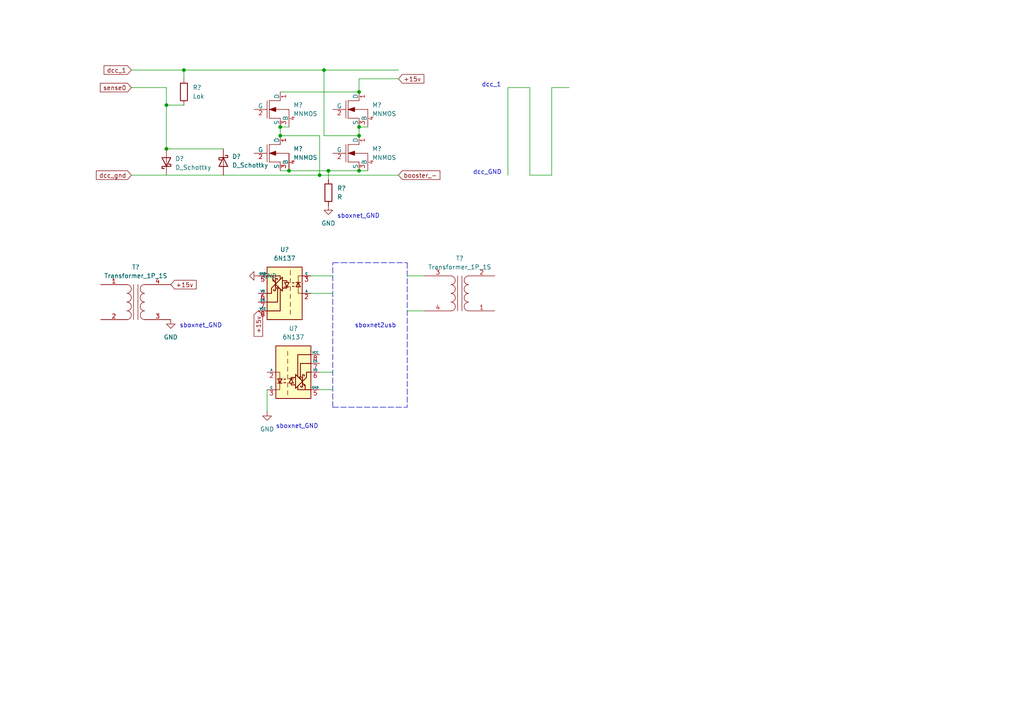
<source format=kicad_sch>
(kicad_sch (version 20211123) (generator eeschema)

  (uuid e63e39d7-6ac0-4ffd-8aa3-1841a4541b55)

  (paper "A4")

  (lib_symbols
    (symbol "Device:D_Schottky" (pin_numbers hide) (pin_names (offset 1.016) hide) (in_bom yes) (on_board yes)
      (property "Reference" "D" (id 0) (at 0 2.54 0)
        (effects (font (size 1.27 1.27)))
      )
      (property "Value" "D_Schottky" (id 1) (at 0 -2.54 0)
        (effects (font (size 1.27 1.27)))
      )
      (property "Footprint" "" (id 2) (at 0 0 0)
        (effects (font (size 1.27 1.27)) hide)
      )
      (property "Datasheet" "~" (id 3) (at 0 0 0)
        (effects (font (size 1.27 1.27)) hide)
      )
      (property "ki_keywords" "diode Schottky" (id 4) (at 0 0 0)
        (effects (font (size 1.27 1.27)) hide)
      )
      (property "ki_description" "Schottky diode" (id 5) (at 0 0 0)
        (effects (font (size 1.27 1.27)) hide)
      )
      (property "ki_fp_filters" "TO-???* *_Diode_* *SingleDiode* D_*" (id 6) (at 0 0 0)
        (effects (font (size 1.27 1.27)) hide)
      )
      (symbol "D_Schottky_0_1"
        (polyline
          (pts
            (xy 1.27 0)
            (xy -1.27 0)
          )
          (stroke (width 0) (type default) (color 0 0 0 0))
          (fill (type none))
        )
        (polyline
          (pts
            (xy 1.27 1.27)
            (xy 1.27 -1.27)
            (xy -1.27 0)
            (xy 1.27 1.27)
          )
          (stroke (width 0.254) (type default) (color 0 0 0 0))
          (fill (type none))
        )
        (polyline
          (pts
            (xy -1.905 0.635)
            (xy -1.905 1.27)
            (xy -1.27 1.27)
            (xy -1.27 -1.27)
            (xy -0.635 -1.27)
            (xy -0.635 -0.635)
          )
          (stroke (width 0.254) (type default) (color 0 0 0 0))
          (fill (type none))
        )
      )
      (symbol "D_Schottky_1_1"
        (pin passive line (at -3.81 0 0) (length 2.54)
          (name "K" (effects (font (size 1.27 1.27))))
          (number "1" (effects (font (size 1.27 1.27))))
        )
        (pin passive line (at 3.81 0 180) (length 2.54)
          (name "A" (effects (font (size 1.27 1.27))))
          (number "2" (effects (font (size 1.27 1.27))))
        )
      )
    )
    (symbol "Device:R" (pin_numbers hide) (pin_names (offset 0)) (in_bom yes) (on_board yes)
      (property "Reference" "R" (id 0) (at 2.032 0 90)
        (effects (font (size 1.27 1.27)))
      )
      (property "Value" "R" (id 1) (at 0 0 90)
        (effects (font (size 1.27 1.27)))
      )
      (property "Footprint" "" (id 2) (at -1.778 0 90)
        (effects (font (size 1.27 1.27)) hide)
      )
      (property "Datasheet" "~" (id 3) (at 0 0 0)
        (effects (font (size 1.27 1.27)) hide)
      )
      (property "ki_keywords" "R res resistor" (id 4) (at 0 0 0)
        (effects (font (size 1.27 1.27)) hide)
      )
      (property "ki_description" "Resistor" (id 5) (at 0 0 0)
        (effects (font (size 1.27 1.27)) hide)
      )
      (property "ki_fp_filters" "R_*" (id 6) (at 0 0 0)
        (effects (font (size 1.27 1.27)) hide)
      )
      (symbol "R_0_1"
        (rectangle (start -1.016 -2.54) (end 1.016 2.54)
          (stroke (width 0.254) (type default) (color 0 0 0 0))
          (fill (type none))
        )
      )
      (symbol "R_1_1"
        (pin passive line (at 0 3.81 270) (length 1.27)
          (name "~" (effects (font (size 1.27 1.27))))
          (number "1" (effects (font (size 1.27 1.27))))
        )
        (pin passive line (at 0 -3.81 90) (length 1.27)
          (name "~" (effects (font (size 1.27 1.27))))
          (number "2" (effects (font (size 1.27 1.27))))
        )
      )
    )
    (symbol "Device:Transformer_1P_1S" (pin_names (offset 1.016) hide) (in_bom yes) (on_board yes)
      (property "Reference" "T" (id 0) (at 0 6.35 0)
        (effects (font (size 1.27 1.27)))
      )
      (property "Value" "Transformer_1P_1S" (id 1) (at 0 -7.62 0)
        (effects (font (size 1.27 1.27)))
      )
      (property "Footprint" "" (id 2) (at 0 0 0)
        (effects (font (size 1.27 1.27)) hide)
      )
      (property "Datasheet" "~" (id 3) (at 0 0 0)
        (effects (font (size 1.27 1.27)) hide)
      )
      (property "ki_keywords" "transformer coil magnet" (id 4) (at 0 0 0)
        (effects (font (size 1.27 1.27)) hide)
      )
      (property "ki_description" "Transformer, single primary, single secondary" (id 5) (at 0 0 0)
        (effects (font (size 1.27 1.27)) hide)
      )
      (symbol "Transformer_1P_1S_0_1"
        (arc (start -2.54 -5.0546) (mid -1.6561 -4.6863) (end -1.27 -3.81)
          (stroke (width 0) (type default) (color 0 0 0 0))
          (fill (type none))
        )
        (arc (start -2.54 -2.5146) (mid -1.6561 -2.1463) (end -1.27 -1.27)
          (stroke (width 0) (type default) (color 0 0 0 0))
          (fill (type none))
        )
        (arc (start -2.54 0.0254) (mid -1.6561 0.3937) (end -1.27 1.27)
          (stroke (width 0) (type default) (color 0 0 0 0))
          (fill (type none))
        )
        (arc (start -2.54 2.5654) (mid -1.6561 2.9337) (end -1.27 3.81)
          (stroke (width 0) (type default) (color 0 0 0 0))
          (fill (type none))
        )
        (arc (start -1.27 -3.81) (mid -1.642 -2.912) (end -2.54 -2.54)
          (stroke (width 0) (type default) (color 0 0 0 0))
          (fill (type none))
        )
        (arc (start -1.27 -1.27) (mid -1.642 -0.372) (end -2.54 0)
          (stroke (width 0) (type default) (color 0 0 0 0))
          (fill (type none))
        )
        (arc (start -1.27 1.27) (mid -1.642 2.168) (end -2.54 2.54)
          (stroke (width 0) (type default) (color 0 0 0 0))
          (fill (type none))
        )
        (arc (start -1.27 3.81) (mid -1.642 4.708) (end -2.54 5.08)
          (stroke (width 0) (type default) (color 0 0 0 0))
          (fill (type none))
        )
        (polyline
          (pts
            (xy -0.635 5.08)
            (xy -0.635 -5.08)
          )
          (stroke (width 0) (type default) (color 0 0 0 0))
          (fill (type none))
        )
        (polyline
          (pts
            (xy 0.635 -5.08)
            (xy 0.635 5.08)
          )
          (stroke (width 0) (type default) (color 0 0 0 0))
          (fill (type none))
        )
        (arc (start 1.2954 -1.27) (mid 1.6599 -2.1501) (end 2.54 -2.5146)
          (stroke (width 0) (type default) (color 0 0 0 0))
          (fill (type none))
        )
        (arc (start 1.2954 1.27) (mid 1.6599 0.3899) (end 2.54 0.0254)
          (stroke (width 0) (type default) (color 0 0 0 0))
          (fill (type none))
        )
        (arc (start 1.2954 3.81) (mid 1.6599 2.9299) (end 2.54 2.5654)
          (stroke (width 0) (type default) (color 0 0 0 0))
          (fill (type none))
        )
        (arc (start 1.3208 -3.81) (mid 1.6853 -4.6901) (end 2.5654 -5.0546)
          (stroke (width 0) (type default) (color 0 0 0 0))
          (fill (type none))
        )
        (arc (start 2.54 0) (mid 1.6456 -0.3683) (end 1.2954 -1.27)
          (stroke (width 0) (type default) (color 0 0 0 0))
          (fill (type none))
        )
        (arc (start 2.54 2.54) (mid 1.6456 2.1717) (end 1.2954 1.27)
          (stroke (width 0) (type default) (color 0 0 0 0))
          (fill (type none))
        )
        (arc (start 2.54 5.08) (mid 1.6456 4.7117) (end 1.2954 3.81)
          (stroke (width 0) (type default) (color 0 0 0 0))
          (fill (type none))
        )
        (arc (start 2.5654 -2.54) (mid 1.671 -2.9083) (end 1.3208 -3.81)
          (stroke (width 0) (type default) (color 0 0 0 0))
          (fill (type none))
        )
      )
      (symbol "Transformer_1P_1S_1_1"
        (pin passive line (at -10.16 5.08 0) (length 7.62)
          (name "AA" (effects (font (size 1.27 1.27))))
          (number "1" (effects (font (size 1.27 1.27))))
        )
        (pin passive line (at -10.16 -5.08 0) (length 7.62)
          (name "AB" (effects (font (size 1.27 1.27))))
          (number "2" (effects (font (size 1.27 1.27))))
        )
        (pin passive line (at 10.16 -5.08 180) (length 7.62)
          (name "SA" (effects (font (size 1.27 1.27))))
          (number "3" (effects (font (size 1.27 1.27))))
        )
        (pin passive line (at 10.16 5.08 180) (length 7.62)
          (name "SB" (effects (font (size 1.27 1.27))))
          (number "4" (effects (font (size 1.27 1.27))))
        )
      )
    )
    (symbol "Isolator:6N137" (pin_names (offset 0)) (in_bom yes) (on_board yes)
      (property "Reference" "U" (id 0) (at -4.064 8.89 0)
        (effects (font (size 1.27 1.27)))
      )
      (property "Value" "6N137" (id 1) (at 0 -8.89 0)
        (effects (font (size 1.27 1.27)))
      )
      (property "Footprint" "Package_DIP:DIP-8_W7.62mm" (id 2) (at 0 -12.7 0)
        (effects (font (size 1.27 1.27)) hide)
      )
      (property "Datasheet" "https://docs.broadcom.com/docs/AV02-0940EN" (id 3) (at -21.59 13.97 0)
        (effects (font (size 1.27 1.27)) hide)
      )
      (property "ki_keywords" "High speed optically coupled gates enable" (id 4) (at 0 0 0)
        (effects (font (size 1.27 1.27)) hide)
      )
      (property "ki_description" "Single High Speed LSTTL/TTL Compatible Optocoupler with enable, dV/dt 1000/us, VCM 10, max 7V VCC, DIP-8" (id 5) (at 0 0 0)
        (effects (font (size 1.27 1.27)) hide)
      )
      (property "ki_fp_filters" "DIP*W7.62mm*" (id 6) (at 0 0 0)
        (effects (font (size 1.27 1.27)) hide)
      )
      (symbol "6N137_0_1"
        (polyline
          (pts
            (xy 2.667 -3.556)
            (xy 2.667 -1.651)
          )
          (stroke (width 0.254) (type default) (color 0 0 0 0))
          (fill (type none))
        )
        (polyline
          (pts
            (xy 2.667 -2.159)
            (xy 2.667 -2.921)
          )
          (stroke (width 0.254) (type default) (color 0 0 0 0))
          (fill (type none))
        )
        (polyline
          (pts
            (xy 3.429 -3.937)
            (xy 3.429 -5.08)
          )
          (stroke (width 0.254) (type default) (color 0 0 0 0))
          (fill (type none))
        )
        (polyline
          (pts
            (xy -0.635 -3.302)
            (xy -0.635 -3.683)
            (xy 0.635 -3.683)
          )
          (stroke (width 0.254) (type default) (color 0 0 0 0))
          (fill (type none))
        )
        (polyline
          (pts
            (xy -0.635 -1.905)
            (xy -0.635 -1.524)
            (xy 0.508 -1.524)
          )
          (stroke (width 0.254) (type default) (color 0 0 0 0))
          (fill (type none))
        )
        (polyline
          (pts
            (xy 1.27 -4.064)
            (xy 1.27 -5.08)
            (xy 5.08 -5.08)
          )
          (stroke (width 0.254) (type default) (color 0 0 0 0))
          (fill (type none))
        )
        (polyline
          (pts
            (xy 1.27 -1.27)
            (xy 1.27 5.08)
            (xy 5.08 5.08)
          )
          (stroke (width 0.254) (type default) (color 0 0 0 0))
          (fill (type none))
        )
        (polyline
          (pts
            (xy 2.032 -1.27)
            (xy 2.032 2.54)
            (xy 5.08 2.54)
          )
          (stroke (width 0.254) (type default) (color 0 0 0 0))
          (fill (type none))
        )
        (polyline
          (pts
            (xy -5.08 -5.08)
            (xy -3.937 -5.08)
            (xy -3.937 0)
            (xy -5.08 0)
          )
          (stroke (width 0) (type default) (color 0 0 0 0))
          (fill (type none))
        )
        (polyline
          (pts
            (xy 2.667 -3.302)
            (xy 2.667 -4.318)
            (xy 2.159 -4.318)
            (xy 2.159 -3.937)
          )
          (stroke (width 0.254) (type default) (color 0 0 0 0))
          (fill (type none))
        )
        (polyline
          (pts
            (xy 2.667 -2.667)
            (xy 0.635 -4.699)
            (xy 0.635 -0.635)
            (xy 2.667 -2.667)
          )
          (stroke (width 0.254) (type default) (color 0 0 0 0))
          (fill (type none))
        )
        (polyline
          (pts
            (xy 2.667 -1.778)
            (xy 2.667 -0.762)
            (xy 3.175 -0.762)
            (xy 3.175 -1.143)
          )
          (stroke (width 0.254) (type default) (color 0 0 0 0))
          (fill (type none))
        )
        (polyline
          (pts
            (xy 2.794 -2.54)
            (xy 3.81 -1.524)
            (xy 3.81 0)
            (xy 5.08 0)
          )
          (stroke (width 0.254) (type default) (color 0 0 0 0))
          (fill (type none))
        )
        (polyline
          (pts
            (xy 2.667 -3.175)
            (xy 3.429 -3.937)
            (xy 3.302 -3.556)
            (xy 3.048 -3.81)
            (xy 3.429 -3.937)
          )
          (stroke (width 0.254) (type default) (color 0 0 0 0))
          (fill (type none))
        )
        (circle (center 2.032 -1.524) (radius 0.254)
          (stroke (width 0.254) (type default) (color 0 0 0 0))
          (fill (type none))
        )
      )
      (symbol "6N137_1_1"
        (rectangle (start -5.08 7.62) (end 5.08 -7.62)
          (stroke (width 0.254) (type default) (color 0 0 0 0))
          (fill (type background))
        )
        (polyline
          (pts
            (xy -4.572 -3.175)
            (xy -3.302 -3.175)
          )
          (stroke (width 0.254) (type default) (color 0 0 0 0))
          (fill (type none))
        )
        (polyline
          (pts
            (xy -1.651 -5.334)
            (xy -1.651 -6.604)
          )
          (stroke (width 0) (type default) (color 0 0 0 0))
          (fill (type none))
        )
        (polyline
          (pts
            (xy -1.651 -3.048)
            (xy -1.651 -4.318)
          )
          (stroke (width 0) (type default) (color 0 0 0 0))
          (fill (type none))
        )
        (polyline
          (pts
            (xy -1.651 -0.762)
            (xy -1.651 -2.032)
          )
          (stroke (width 0) (type default) (color 0 0 0 0))
          (fill (type none))
        )
        (polyline
          (pts
            (xy -1.651 1.524)
            (xy -1.651 0.254)
          )
          (stroke (width 0) (type default) (color 0 0 0 0))
          (fill (type none))
        )
        (polyline
          (pts
            (xy -1.651 3.81)
            (xy -1.651 2.54)
          )
          (stroke (width 0) (type default) (color 0 0 0 0))
          (fill (type none))
        )
        (polyline
          (pts
            (xy -1.651 6.096)
            (xy -1.651 4.826)
          )
          (stroke (width 0) (type default) (color 0 0 0 0))
          (fill (type none))
        )
        (polyline
          (pts
            (xy -1.27 -1.905)
            (xy 0 -1.905)
          )
          (stroke (width 0.254) (type default) (color 0 0 0 0))
          (fill (type none))
        )
        (polyline
          (pts
            (xy -3.937 -3.175)
            (xy -4.572 -1.905)
            (xy -3.302 -1.905)
            (xy -3.937 -3.175)
          )
          (stroke (width 0.254) (type default) (color 0 0 0 0))
          (fill (type none))
        )
        (polyline
          (pts
            (xy -0.635 -1.905)
            (xy -1.27 -3.175)
            (xy 0 -3.175)
            (xy -0.635 -1.905)
          )
          (stroke (width 0.254) (type default) (color 0 0 0 0))
          (fill (type none))
        )
        (polyline
          (pts
            (xy -2.921 -3.048)
            (xy -2.159 -3.048)
            (xy -2.54 -3.175)
            (xy -2.54 -2.921)
            (xy -2.159 -3.048)
          )
          (stroke (width 0.127) (type default) (color 0 0 0 0))
          (fill (type none))
        )
        (polyline
          (pts
            (xy -2.921 -2.032)
            (xy -2.159 -2.032)
            (xy -2.54 -2.159)
            (xy -2.54 -1.905)
            (xy -2.159 -2.032)
          )
          (stroke (width 0.127) (type default) (color 0 0 0 0))
          (fill (type none))
        )
        (pin no_connect line (at -5.08 5.08 0) (length 2.54) hide
          (name "NC" (effects (font (size 0.635 0.635))))
          (number "1" (effects (font (size 1.27 1.27))))
        )
        (pin passive line (at -7.62 0 0) (length 2.54)
          (name "A" (effects (font (size 0.635 0.635))))
          (number "2" (effects (font (size 1.27 1.27))))
        )
        (pin passive line (at -7.62 -5.08 0) (length 2.54)
          (name "C" (effects (font (size 0.635 0.635))))
          (number "3" (effects (font (size 1.27 1.27))))
        )
        (pin power_in line (at 7.62 -5.08 180) (length 2.54)
          (name "GND" (effects (font (size 0.635 0.635))))
          (number "5" (effects (font (size 1.27 1.27))))
        )
        (pin open_collector line (at 7.62 0 180) (length 2.54)
          (name "VO" (effects (font (size 0.635 0.635))))
          (number "6" (effects (font (size 1.27 1.27))))
        )
        (pin input line (at 7.62 2.54 180) (length 2.54)
          (name "EN" (effects (font (size 0.635 0.635))))
          (number "7" (effects (font (size 1.27 1.27))))
        )
        (pin power_in line (at 7.62 5.08 180) (length 2.54)
          (name "VCC" (effects (font (size 0.635 0.635))))
          (number "8" (effects (font (size 1.27 1.27))))
        )
      )
    )
    (symbol "power:GND" (power) (pin_names (offset 0)) (in_bom yes) (on_board yes)
      (property "Reference" "#PWR" (id 0) (at 0 -6.35 0)
        (effects (font (size 1.27 1.27)) hide)
      )
      (property "Value" "GND" (id 1) (at 0 -3.81 0)
        (effects (font (size 1.27 1.27)))
      )
      (property "Footprint" "" (id 2) (at 0 0 0)
        (effects (font (size 1.27 1.27)) hide)
      )
      (property "Datasheet" "" (id 3) (at 0 0 0)
        (effects (font (size 1.27 1.27)) hide)
      )
      (property "ki_keywords" "power-flag" (id 4) (at 0 0 0)
        (effects (font (size 1.27 1.27)) hide)
      )
      (property "ki_description" "Power symbol creates a global label with name \"GND\" , ground" (id 5) (at 0 0 0)
        (effects (font (size 1.27 1.27)) hide)
      )
      (symbol "GND_0_1"
        (polyline
          (pts
            (xy 0 0)
            (xy 0 -1.27)
            (xy 1.27 -1.27)
            (xy 0 -2.54)
            (xy -1.27 -1.27)
            (xy 0 -1.27)
          )
          (stroke (width 0) (type default) (color 0 0 0 0))
          (fill (type none))
        )
      )
      (symbol "GND_1_1"
        (pin power_in line (at 0 0 270) (length 0) hide
          (name "GND" (effects (font (size 1.27 1.27))))
          (number "1" (effects (font (size 1.27 1.27))))
        )
      )
    )
    (symbol "pspice:MNMOS" (pin_names (offset 0)) (in_bom yes) (on_board yes)
      (property "Reference" "M" (id 0) (at 7.62 1.27 0)
        (effects (font (size 1.27 1.27)) (justify left))
      )
      (property "Value" "MNMOS" (id 1) (at 7.62 -1.27 0)
        (effects (font (size 1.27 1.27)) (justify left))
      )
      (property "Footprint" "" (id 2) (at -0.635 0 0)
        (effects (font (size 1.27 1.27)) hide)
      )
      (property "Datasheet" "~" (id 3) (at -0.635 0 0)
        (effects (font (size 1.27 1.27)) hide)
      )
      (property "ki_keywords" "mosfet nmos simulation" (id 4) (at 0 0 0)
        (effects (font (size 1.27 1.27)) hide)
      )
      (property "ki_description" "N-channel MOSFET symbol for simulation only" (id 5) (at 0 0 0)
        (effects (font (size 1.27 1.27)) hide)
      )
      (symbol "MNMOS_0_1"
        (polyline
          (pts
            (xy -1.27 -2.54)
            (xy -1.27 2.54)
          )
          (stroke (width 0) (type default) (color 0 0 0 0))
          (fill (type none))
        )
        (polyline
          (pts
            (xy -0.635 -2.54)
            (xy 2.54 -2.54)
          )
          (stroke (width 0) (type default) (color 0 0 0 0))
          (fill (type none))
        )
        (polyline
          (pts
            (xy 2.54 2.54)
            (xy -0.635 2.54)
          )
          (stroke (width 0) (type default) (color 0 0 0 0))
          (fill (type none))
        )
        (polyline
          (pts
            (xy 5.08 0)
            (xy -0.635 0)
          )
          (stroke (width 0) (type default) (color 0 0 0 0))
          (fill (type none))
        )
        (polyline
          (pts
            (xy -0.635 0)
            (xy 1.27 0.635)
            (xy 1.27 -0.635)
            (xy -0.635 0)
          )
          (stroke (width 0) (type default) (color 0 0 0 0))
          (fill (type outline))
        )
      )
      (symbol "MNMOS_1_1"
        (polyline
          (pts
            (xy -0.635 -2.54)
            (xy -0.635 2.54)
          )
          (stroke (width 0) (type default) (color 0 0 0 0))
          (fill (type none))
        )
        (pin passive line (at 2.54 5.08 270) (length 2.54)
          (name "D" (effects (font (size 1.27 1.27))))
          (number "1" (effects (font (size 1.27 1.27))))
        )
        (pin input line (at -5.08 0 0) (length 3.81)
          (name "G" (effects (font (size 1.27 1.27))))
          (number "2" (effects (font (size 1.27 1.27))))
        )
        (pin passive line (at 2.54 -5.08 90) (length 2.54)
          (name "S" (effects (font (size 1.27 1.27))))
          (number "3" (effects (font (size 1.27 1.27))))
        )
        (pin input line (at 5.08 -5.08 90) (length 5.08)
          (name "B" (effects (font (size 1.27 1.27))))
          (number "4" (effects (font (size 1.27 1.27))))
        )
      )
    )
  )

  (junction (at 81.28 39.37) (diameter 0) (color 0 0 0 0)
    (uuid 20d9de0a-50e2-44a6-953f-516d2abf327d)
  )
  (junction (at 104.14 26.67) (diameter 0) (color 0 0 0 0)
    (uuid 29a80a1e-eca2-4168-b8e7-2fd228c4f72e)
  )
  (junction (at 95.25 49.53) (diameter 0) (color 0 0 0 0)
    (uuid 54433dd4-adee-4336-973f-b7d943e3b941)
  )
  (junction (at 81.28 36.83) (diameter 0) (color 0 0 0 0)
    (uuid 57bea8d8-630c-4f7f-a5ec-1579a314b909)
  )
  (junction (at 48.26 43.18) (diameter 0) (color 0 0 0 0)
    (uuid 7f881868-399a-4e78-9900-f3854b9636a8)
  )
  (junction (at 104.14 49.53) (diameter 0) (color 0 0 0 0)
    (uuid 8c16b0fe-1d29-4dc4-ad65-592296c3938b)
  )
  (junction (at 92.71 50.8) (diameter 0) (color 0 0 0 0)
    (uuid 951b582b-7456-40fb-b9f5-8a174cd1e973)
  )
  (junction (at 83.82 49.53) (diameter 0) (color 0 0 0 0)
    (uuid bf711b58-0739-477b-86ca-a31c4bc51df2)
  )
  (junction (at 93.98 20.32) (diameter 0) (color 0 0 0 0)
    (uuid e2a581b7-3057-454b-bc22-6bdc4bad2e8a)
  )
  (junction (at 53.34 20.32) (diameter 0) (color 0 0 0 0)
    (uuid edf0cef1-ce64-48dc-ad92-1ef02e44f881)
  )
  (junction (at 104.14 39.37) (diameter 0) (color 0 0 0 0)
    (uuid f4b466e8-18f8-474a-9fee-8a3aa081adad)
  )
  (junction (at 104.14 36.83) (diameter 0) (color 0 0 0 0)
    (uuid f8b987e3-a27e-4e73-95e8-1e67502c9f65)
  )
  (junction (at 48.26 30.48) (diameter 0) (color 0 0 0 0)
    (uuid fb880f14-37bc-4bb5-b8a8-ecd75eec7a70)
  )

  (wire (pts (xy 83.82 49.53) (xy 95.25 49.53))
    (stroke (width 0) (type default) (color 0 0 0 0))
    (uuid 06b384cb-af98-4161-8b97-02ced759981d)
  )
  (wire (pts (xy 104.14 49.53) (xy 106.68 49.53))
    (stroke (width 0) (type default) (color 0 0 0 0))
    (uuid 0ca4824f-25c0-4050-8ccc-7f5e90b3c88b)
  )
  (wire (pts (xy 104.14 39.37) (xy 93.98 39.37))
    (stroke (width 0) (type default) (color 0 0 0 0))
    (uuid 13f1adfa-4c7a-4303-a883-75e9ac894762)
  )
  (polyline (pts (xy 96.52 76.2) (xy 99.06 76.2))
    (stroke (width 0) (type default) (color 0 0 0 0))
    (uuid 233ea15c-2240-408e-b005-2a528a561f86)
  )

  (wire (pts (xy 38.1 25.4) (xy 48.26 25.4))
    (stroke (width 0) (type default) (color 0 0 0 0))
    (uuid 35c9d9af-52fa-4791-a3a7-9d9988ebcfeb)
  )
  (wire (pts (xy 147.32 50.8) (xy 147.32 25.4))
    (stroke (width 0) (type default) (color 0 0 0 0))
    (uuid 36dffd9b-8f95-4f7d-82b1-fdf8ff7ff048)
  )
  (wire (pts (xy 104.14 22.86) (xy 115.57 22.86))
    (stroke (width 0) (type default) (color 0 0 0 0))
    (uuid 376fbc2c-d9c7-43f0-b143-591fec1b7e44)
  )
  (wire (pts (xy 118.11 90.17) (xy 123.19 90.17))
    (stroke (width 0) (type default) (color 0 0 0 0))
    (uuid 3d198d89-ac98-467a-a51d-fcc877ca6c67)
  )
  (wire (pts (xy 38.1 50.8) (xy 92.71 50.8))
    (stroke (width 0) (type default) (color 0 0 0 0))
    (uuid 3db2b854-567f-4631-b764-bc8442698c9a)
  )
  (wire (pts (xy 104.14 36.83) (xy 106.68 36.83))
    (stroke (width 0) (type default) (color 0 0 0 0))
    (uuid 43e2f932-9d0d-4a97-af5d-749f39ab369e)
  )
  (wire (pts (xy 153.67 25.4) (xy 153.67 50.8))
    (stroke (width 0) (type default) (color 0 0 0 0))
    (uuid 4592a8d3-bc3f-48ff-aad4-bfd43da1ce84)
  )
  (wire (pts (xy 93.98 20.32) (xy 115.57 20.32))
    (stroke (width 0) (type default) (color 0 0 0 0))
    (uuid 4872709a-adaf-44ad-88a0-a1c5401f9851)
  )
  (wire (pts (xy 53.34 20.32) (xy 53.34 22.86))
    (stroke (width 0) (type default) (color 0 0 0 0))
    (uuid 49bf84f5-6253-47e3-b26c-7643efa18873)
  )
  (wire (pts (xy 92.71 113.03) (xy 96.52 113.03))
    (stroke (width 0) (type default) (color 0 0 0 0))
    (uuid 4dfecaee-daca-4a46-854b-6e29e4523d6f)
  )
  (wire (pts (xy 48.26 30.48) (xy 53.34 30.48))
    (stroke (width 0) (type default) (color 0 0 0 0))
    (uuid 56ff4ee5-cc84-489d-b7fc-b313feb7fde1)
  )
  (wire (pts (xy 81.28 36.83) (xy 83.82 36.83))
    (stroke (width 0) (type default) (color 0 0 0 0))
    (uuid 5ec4bd9a-1528-42f3-b7bb-6866e92522ce)
  )
  (wire (pts (xy 53.34 20.32) (xy 93.98 20.32))
    (stroke (width 0) (type default) (color 0 0 0 0))
    (uuid 6d1b9e92-6d36-42d6-ae37-a78d840f0f0b)
  )
  (polyline (pts (xy 99.06 76.2) (xy 118.11 76.2))
    (stroke (width 0) (type default) (color 0 0 0 0))
    (uuid 704429d5-3342-4fe3-9317-92ed4d2c4c10)
  )

  (wire (pts (xy 153.67 50.8) (xy 160.02 50.8))
    (stroke (width 0) (type default) (color 0 0 0 0))
    (uuid 72c75173-34e6-44e0-8b28-6e4d2819a382)
  )
  (wire (pts (xy 38.1 20.32) (xy 53.34 20.32))
    (stroke (width 0) (type default) (color 0 0 0 0))
    (uuid 75b0120e-a11a-4851-89ab-ef22eece7255)
  )
  (wire (pts (xy 118.11 80.01) (xy 123.19 80.01))
    (stroke (width 0) (type default) (color 0 0 0 0))
    (uuid 7c694956-680d-42fa-afbd-3334b759f864)
  )
  (wire (pts (xy 147.32 25.4) (xy 153.67 25.4))
    (stroke (width 0) (type default) (color 0 0 0 0))
    (uuid 7f088c72-5408-4ab0-a1d7-91bc1c4300f4)
  )
  (wire (pts (xy 95.25 49.53) (xy 95.25 52.07))
    (stroke (width 0) (type default) (color 0 0 0 0))
    (uuid 85033c8f-181e-4414-a5ac-08e4e3b98b88)
  )
  (wire (pts (xy 95.25 49.53) (xy 104.14 49.53))
    (stroke (width 0) (type default) (color 0 0 0 0))
    (uuid 8b457d23-16e5-416b-80ad-f2575eee0e4a)
  )
  (wire (pts (xy 48.26 43.18) (xy 64.77 43.18))
    (stroke (width 0) (type default) (color 0 0 0 0))
    (uuid 8f5b8b63-12dd-492a-b73f-edc50e624940)
  )
  (wire (pts (xy 48.26 43.18) (xy 48.26 30.48))
    (stroke (width 0) (type default) (color 0 0 0 0))
    (uuid 9cbd8b0e-3e19-49cb-9d8c-36425e9badfc)
  )
  (wire (pts (xy 92.71 39.37) (xy 92.71 50.8))
    (stroke (width 0) (type default) (color 0 0 0 0))
    (uuid a77d766f-2d22-41f2-9307-fab4e3540e1c)
  )
  (polyline (pts (xy 96.52 118.11) (xy 118.11 118.11))
    (stroke (width 0) (type default) (color 0 0 0 0))
    (uuid a8d9071e-590c-47da-8c97-543bce43a41e)
  )

  (wire (pts (xy 93.98 39.37) (xy 93.98 20.32))
    (stroke (width 0) (type default) (color 0 0 0 0))
    (uuid ade17f8a-aa4f-4acd-9c02-c7e41e71b3c7)
  )
  (wire (pts (xy 48.26 30.48) (xy 48.26 25.4))
    (stroke (width 0) (type default) (color 0 0 0 0))
    (uuid af5fc086-a3da-4373-8231-6710ea9d6ae1)
  )
  (wire (pts (xy 77.47 113.03) (xy 77.47 119.38))
    (stroke (width 0) (type default) (color 0 0 0 0))
    (uuid b3ea92b5-6984-4220-95fc-cd38d5d5b1c2)
  )
  (wire (pts (xy 81.28 39.37) (xy 92.71 39.37))
    (stroke (width 0) (type default) (color 0 0 0 0))
    (uuid b9f42218-4422-4ebc-a51f-cc675214ea01)
  )
  (wire (pts (xy 81.28 36.83) (xy 81.28 39.37))
    (stroke (width 0) (type default) (color 0 0 0 0))
    (uuid c399d982-3638-4016-ad00-9edbc6fffd68)
  )
  (wire (pts (xy 90.17 85.09) (xy 96.52 85.09))
    (stroke (width 0) (type default) (color 0 0 0 0))
    (uuid c6bc5d65-a914-45ea-9d12-3617367db2a9)
  )
  (wire (pts (xy 92.71 50.8) (xy 115.57 50.8))
    (stroke (width 0) (type default) (color 0 0 0 0))
    (uuid cc34cd3c-6392-4de6-a447-297d8063c97c)
  )
  (wire (pts (xy 81.28 49.53) (xy 83.82 49.53))
    (stroke (width 0) (type default) (color 0 0 0 0))
    (uuid d0888a3f-a2e0-4502-bc82-a808e322633c)
  )
  (wire (pts (xy 81.28 26.67) (xy 104.14 26.67))
    (stroke (width 0) (type default) (color 0 0 0 0))
    (uuid d4665bf5-37ca-4ec4-9155-a89c09af084c)
  )
  (polyline (pts (xy 118.11 76.2) (xy 118.11 118.11))
    (stroke (width 0) (type default) (color 0 0 0 0))
    (uuid d8af7089-4efb-4e11-a6cd-559862f15bbe)
  )

  (wire (pts (xy 92.71 107.95) (xy 96.52 107.95))
    (stroke (width 0) (type default) (color 0 0 0 0))
    (uuid daa0cb8d-6dfa-460b-b09d-84ccb55eb976)
  )
  (wire (pts (xy 90.17 80.01) (xy 96.52 80.01))
    (stroke (width 0) (type default) (color 0 0 0 0))
    (uuid dbc25c59-8166-4cc7-b7d0-0cb617381b53)
  )
  (wire (pts (xy 160.02 25.4) (xy 165.1 25.4))
    (stroke (width 0) (type default) (color 0 0 0 0))
    (uuid ddc39bab-5591-4b93-a1b8-914d2a24b4f9)
  )
  (wire (pts (xy 104.14 39.37) (xy 104.14 36.83))
    (stroke (width 0) (type default) (color 0 0 0 0))
    (uuid e81ca6ef-dbbd-4b1c-9b2b-3377da40b354)
  )
  (wire (pts (xy 104.14 26.67) (xy 104.14 22.86))
    (stroke (width 0) (type default) (color 0 0 0 0))
    (uuid e9b2ab8f-58af-43ab-9c92-8657d3c5cc75)
  )
  (polyline (pts (xy 96.52 118.11) (xy 96.52 76.2))
    (stroke (width 0) (type default) (color 0 0 0 0))
    (uuid e9d5640b-fdb2-4d90-9fcc-494b75e163dc)
  )

  (wire (pts (xy 160.02 50.8) (xy 160.02 25.4))
    (stroke (width 0) (type default) (color 0 0 0 0))
    (uuid fa978eff-3011-40bf-9f31-15a33ab045f0)
  )

  (text "sboxnet2usb" (at 102.87 95.25 0)
    (effects (font (size 1.27 1.27)) (justify left bottom))
    (uuid 398e6e1e-3ef8-43d5-8f2f-5637974d63aa)
  )
  (text "sboxnet_GND" (at 80.01 124.46 0)
    (effects (font (size 1.27 1.27)) (justify left bottom))
    (uuid 65a1cb00-f323-48cf-b952-ca130a65e4fe)
  )
  (text "sboxnet_GND" (at 52.07 95.25 0)
    (effects (font (size 1.27 1.27)) (justify left bottom))
    (uuid 78da8a6c-658f-4f84-be0b-a56911ee02ec)
  )
  (text "sboxnet_GND" (at 97.79 63.5 0)
    (effects (font (size 1.27 1.27)) (justify left bottom))
    (uuid 7c2d1810-751d-4638-beb6-825545d7d025)
  )
  (text "dcc_1" (at 139.7 25.4 0)
    (effects (font (size 1.27 1.27)) (justify left bottom))
    (uuid e05d5216-7b11-47fc-b83c-81f42d71c84e)
  )
  (text "dcc_GND" (at 137.16 50.8 0)
    (effects (font (size 1.27 1.27)) (justify left bottom))
    (uuid faeb2466-5e81-4e18-a373-e403bcb87b72)
  )

  (global_label "sense0" (shape input) (at 38.1 25.4 180) (fields_autoplaced)
    (effects (font (size 1.27 1.27)) (justify right))
    (uuid 0a62c6ec-d30a-4778-9fa0-faea61661008)
    (property "Intersheet References" "${INTERSHEET_REFS}" (id 0) (at 29.095 25.3206 0)
      (effects (font (size 1.27 1.27)) (justify right) hide)
    )
  )
  (global_label "dcc_1" (shape input) (at 38.1 20.32 180) (fields_autoplaced)
    (effects (font (size 1.27 1.27)) (justify right))
    (uuid 298ed19b-c720-4c30-b869-a52415160e79)
    (property "Intersheet References" "${INTERSHEET_REFS}" (id 0) (at 30.1836 20.2406 0)
      (effects (font (size 1.27 1.27)) (justify right) hide)
    )
  )
  (global_label "dcc_gnd" (shape input) (at 38.1 50.8 180) (fields_autoplaced)
    (effects (font (size 1.27 1.27)) (justify right))
    (uuid 7fd315ac-f7ff-493a-b66d-c21006776546)
    (property "Intersheet References" "${INTERSHEET_REFS}" (id 0) (at 27.9459 50.7206 0)
      (effects (font (size 1.27 1.27)) (justify right) hide)
    )
  )
  (global_label "booster_-" (shape input) (at 115.57 50.8 0) (fields_autoplaced)
    (effects (font (size 1.27 1.27)) (justify left))
    (uuid b407a461-6c5c-47f0-9bdb-869e25d7cc7f)
    (property "Intersheet References" "${INTERSHEET_REFS}" (id 0) (at 127.5988 50.7206 0)
      (effects (font (size 1.27 1.27)) (justify left) hide)
    )
  )
  (global_label "+15v" (shape input) (at 74.93 90.17 270) (fields_autoplaced)
    (effects (font (size 1.27 1.27)) (justify right))
    (uuid d07a5333-7dd7-40a8-a719-b3658917620b)
    (property "Intersheet References" "${INTERSHEET_REFS}" (id 0) (at 75.0094 97.5421 90)
      (effects (font (size 1.27 1.27)) (justify right) hide)
    )
  )
  (global_label "+15v" (shape input) (at 49.53 82.55 0) (fields_autoplaced)
    (effects (font (size 1.27 1.27)) (justify left))
    (uuid dc441284-0cce-44f8-afc4-151ec7467b4d)
    (property "Intersheet References" "${INTERSHEET_REFS}" (id 0) (at 56.9021 82.4706 0)
      (effects (font (size 1.27 1.27)) (justify left) hide)
    )
  )
  (global_label "+15v" (shape input) (at 115.57 22.86 0) (fields_autoplaced)
    (effects (font (size 1.27 1.27)) (justify left))
    (uuid eaf8a280-33f4-4999-843d-8a347f216c4a)
    (property "Intersheet References" "${INTERSHEET_REFS}" (id 0) (at 122.9421 22.7806 0)
      (effects (font (size 1.27 1.27)) (justify left) hide)
    )
  )

  (symbol (lib_id "power:GND") (at 74.93 80.01 270) (unit 1)
    (in_bom yes) (on_board yes) (fields_autoplaced)
    (uuid 0169e2b9-f781-44b3-b65a-f1949093ef0d)
    (property "Reference" "#PWR?" (id 0) (at 68.58 80.01 0)
      (effects (font (size 1.27 1.27)) hide)
    )
    (property "Value" "GND" (id 1) (at 76.2 80.0099 90)
      (effects (font (size 1.27 1.27)) (justify left))
    )
    (property "Footprint" "" (id 2) (at 74.93 80.01 0)
      (effects (font (size 1.27 1.27)) hide)
    )
    (property "Datasheet" "" (id 3) (at 74.93 80.01 0)
      (effects (font (size 1.27 1.27)) hide)
    )
    (pin "1" (uuid 0fb6a2a3-7815-434e-a22e-2f6f2f38d0ac))
  )

  (symbol (lib_id "pspice:MNMOS") (at 78.74 44.45 0) (unit 1)
    (in_bom yes) (on_board yes) (fields_autoplaced)
    (uuid 021ed89a-ca5a-454a-8f0d-f9d80781599b)
    (property "Reference" "M?" (id 0) (at 85.09 43.1799 0)
      (effects (font (size 1.27 1.27)) (justify left))
    )
    (property "Value" "MNMOS" (id 1) (at 85.09 45.7199 0)
      (effects (font (size 1.27 1.27)) (justify left))
    )
    (property "Footprint" "" (id 2) (at 78.105 44.45 0)
      (effects (font (size 1.27 1.27)) hide)
    )
    (property "Datasheet" "~" (id 3) (at 78.105 44.45 0)
      (effects (font (size 1.27 1.27)) hide)
    )
    (pin "1" (uuid 5bcf6fd1-8de0-4a52-9248-93af3c34f9a0))
    (pin "2" (uuid 8ada2965-10d9-4362-ade7-32e46d9ce2ff))
    (pin "3" (uuid a8fadb61-7c2f-4eab-a528-2c72e781874c))
    (pin "4" (uuid dda054df-8668-47f6-a348-91e2de9c06d0))
  )

  (symbol (lib_id "Device:D_Schottky") (at 48.26 46.99 90) (unit 1)
    (in_bom yes) (on_board yes) (fields_autoplaced)
    (uuid 30a6cd55-20ae-4080-be10-540d9d863c57)
    (property "Reference" "D?" (id 0) (at 50.8 46.0374 90)
      (effects (font (size 1.27 1.27)) (justify right))
    )
    (property "Value" "D_Schottky" (id 1) (at 50.8 48.5774 90)
      (effects (font (size 1.27 1.27)) (justify right))
    )
    (property "Footprint" "" (id 2) (at 48.26 46.99 0)
      (effects (font (size 1.27 1.27)) hide)
    )
    (property "Datasheet" "~" (id 3) (at 48.26 46.99 0)
      (effects (font (size 1.27 1.27)) hide)
    )
    (pin "1" (uuid a229bd93-3c4f-48ae-8497-6db5d6773df3))
    (pin "2" (uuid d42e47a9-7586-435f-b598-98d5dd3e39e4))
  )

  (symbol (lib_id "Device:R") (at 95.25 55.88 0) (unit 1)
    (in_bom yes) (on_board yes) (fields_autoplaced)
    (uuid 5f8cf3c2-d3ea-45a6-8c79-3a9b8f76a55a)
    (property "Reference" "R?" (id 0) (at 97.79 54.6099 0)
      (effects (font (size 1.27 1.27)) (justify left))
    )
    (property "Value" "R" (id 1) (at 97.79 57.1499 0)
      (effects (font (size 1.27 1.27)) (justify left))
    )
    (property "Footprint" "" (id 2) (at 93.472 55.88 90)
      (effects (font (size 1.27 1.27)) hide)
    )
    (property "Datasheet" "~" (id 3) (at 95.25 55.88 0)
      (effects (font (size 1.27 1.27)) hide)
    )
    (pin "1" (uuid d6947100-58b3-4c9c-b7d9-dfc4b6f58c45))
    (pin "2" (uuid fe5e84b8-9140-4b80-bc10-35ebfc9200af))
  )

  (symbol (lib_id "pspice:MNMOS") (at 101.6 31.75 0) (unit 1)
    (in_bom yes) (on_board yes) (fields_autoplaced)
    (uuid 608c3ee8-6d1a-4d44-8d8d-2a9364ba889f)
    (property "Reference" "M?" (id 0) (at 107.95 30.4799 0)
      (effects (font (size 1.27 1.27)) (justify left))
    )
    (property "Value" "MNMOS" (id 1) (at 107.95 33.0199 0)
      (effects (font (size 1.27 1.27)) (justify left))
    )
    (property "Footprint" "" (id 2) (at 100.965 31.75 0)
      (effects (font (size 1.27 1.27)) hide)
    )
    (property "Datasheet" "~" (id 3) (at 100.965 31.75 0)
      (effects (font (size 1.27 1.27)) hide)
    )
    (pin "1" (uuid b17590ac-bb78-4798-b20d-40942eeb2176))
    (pin "2" (uuid 3405fead-c3ec-4454-8d23-900b0c02339c))
    (pin "3" (uuid 1c45c826-97a4-438f-bca5-c607a8ccf2dd))
    (pin "4" (uuid e54538d4-293e-4a03-bc22-7aa9346c5107))
  )

  (symbol (lib_id "Device:D_Schottky") (at 64.77 46.99 270) (unit 1)
    (in_bom yes) (on_board yes) (fields_autoplaced)
    (uuid 8f51e8ed-b3d4-4670-9b20-f157856e8e6b)
    (property "Reference" "D?" (id 0) (at 67.31 45.4024 90)
      (effects (font (size 1.27 1.27)) (justify left))
    )
    (property "Value" "D_Schottky" (id 1) (at 67.31 47.9424 90)
      (effects (font (size 1.27 1.27)) (justify left))
    )
    (property "Footprint" "" (id 2) (at 64.77 46.99 0)
      (effects (font (size 1.27 1.27)) hide)
    )
    (property "Datasheet" "~" (id 3) (at 64.77 46.99 0)
      (effects (font (size 1.27 1.27)) hide)
    )
    (pin "1" (uuid 2a54818a-1b8b-4cff-b903-c7a8a8a3d3a1))
    (pin "2" (uuid cf2aec28-6f46-40c7-89b0-9c7279f348ae))
  )

  (symbol (lib_id "power:GND") (at 49.53 92.71 0) (unit 1)
    (in_bom yes) (on_board yes) (fields_autoplaced)
    (uuid 901c9689-bbaa-402d-97d6-9dcc3e12d751)
    (property "Reference" "#PWR?" (id 0) (at 49.53 99.06 0)
      (effects (font (size 1.27 1.27)) hide)
    )
    (property "Value" "GND" (id 1) (at 49.53 97.79 0))
    (property "Footprint" "" (id 2) (at 49.53 92.71 0)
      (effects (font (size 1.27 1.27)) hide)
    )
    (property "Datasheet" "" (id 3) (at 49.53 92.71 0)
      (effects (font (size 1.27 1.27)) hide)
    )
    (pin "1" (uuid b04cc696-87e7-46ef-a3dd-cc9bfefb7920))
  )

  (symbol (lib_id "Device:R") (at 53.34 26.67 0) (unit 1)
    (in_bom yes) (on_board yes) (fields_autoplaced)
    (uuid 98376355-2461-47f8-b18f-7076e432a14a)
    (property "Reference" "R?" (id 0) (at 55.88 25.3999 0)
      (effects (font (size 1.27 1.27)) (justify left))
    )
    (property "Value" "Lok" (id 1) (at 55.88 27.9399 0)
      (effects (font (size 1.27 1.27)) (justify left))
    )
    (property "Footprint" "" (id 2) (at 51.562 26.67 90)
      (effects (font (size 1.27 1.27)) hide)
    )
    (property "Datasheet" "~" (id 3) (at 53.34 26.67 0)
      (effects (font (size 1.27 1.27)) hide)
    )
    (pin "1" (uuid a4058c7c-e746-4af5-ab6a-40cbf6ec2ed9))
    (pin "2" (uuid 5f0484ca-6d08-45ad-88af-b65d70ad4845))
  )

  (symbol (lib_id "power:GND") (at 77.47 119.38 0) (unit 1)
    (in_bom yes) (on_board yes) (fields_autoplaced)
    (uuid a6187c22-3622-4a1a-a49a-b21e96986f96)
    (property "Reference" "#PWR?" (id 0) (at 77.47 125.73 0)
      (effects (font (size 1.27 1.27)) hide)
    )
    (property "Value" "GND" (id 1) (at 77.47 124.46 0))
    (property "Footprint" "" (id 2) (at 77.47 119.38 0)
      (effects (font (size 1.27 1.27)) hide)
    )
    (property "Datasheet" "" (id 3) (at 77.47 119.38 0)
      (effects (font (size 1.27 1.27)) hide)
    )
    (pin "1" (uuid 504cb9e4-5572-4208-bc9d-30a7efff8b9a))
  )

  (symbol (lib_id "Isolator:6N137") (at 82.55 85.09 180) (unit 1)
    (in_bom yes) (on_board yes) (fields_autoplaced)
    (uuid b991f6de-4188-4c5b-bb36-b3817a5574f7)
    (property "Reference" "U?" (id 0) (at 82.55 72.39 0))
    (property "Value" "6N137" (id 1) (at 82.55 74.93 0))
    (property "Footprint" "Package_DIP:DIP-8_W7.62mm" (id 2) (at 82.55 72.39 0)
      (effects (font (size 1.27 1.27)) hide)
    )
    (property "Datasheet" "https://docs.broadcom.com/docs/AV02-0940EN" (id 3) (at 104.14 99.06 0)
      (effects (font (size 1.27 1.27)) hide)
    )
    (pin "1" (uuid 24fe7676-0c0a-4b5a-8a61-dd833b2a3e83))
    (pin "2" (uuid 9560da74-dd09-4735-9bb3-c63169b5b561))
    (pin "3" (uuid 007653dc-24a1-4f8b-8bfa-7604710e0bb0))
    (pin "5" (uuid f3269157-290f-42d2-ad85-a243e0c16d86))
    (pin "6" (uuid 4831ae25-0940-40bd-8287-52f3b995212e))
    (pin "7" (uuid 97fa9751-3b73-499b-9a68-82d7d05ad2e5))
    (pin "8" (uuid ad1d94a8-7d85-4004-9ab8-aa55ca511b8a))
  )

  (symbol (lib_id "power:GND") (at 95.25 59.69 0) (unit 1)
    (in_bom yes) (on_board yes) (fields_autoplaced)
    (uuid c3c41431-ff19-41ef-8592-8f6418f890ac)
    (property "Reference" "#PWR?" (id 0) (at 95.25 66.04 0)
      (effects (font (size 1.27 1.27)) hide)
    )
    (property "Value" "GND" (id 1) (at 95.25 64.77 0))
    (property "Footprint" "" (id 2) (at 95.25 59.69 0)
      (effects (font (size 1.27 1.27)) hide)
    )
    (property "Datasheet" "" (id 3) (at 95.25 59.69 0)
      (effects (font (size 1.27 1.27)) hide)
    )
    (pin "1" (uuid 782fbb07-a6da-4d05-822b-62254a468bd8))
  )

  (symbol (lib_id "Device:Transformer_1P_1S") (at 133.35 85.09 180) (unit 1)
    (in_bom yes) (on_board yes) (fields_autoplaced)
    (uuid c96c3f7c-7ad3-4d54-bdb9-bab35c170c41)
    (property "Reference" "T?" (id 0) (at 133.3373 74.93 0))
    (property "Value" "Transformer_1P_1S" (id 1) (at 133.3373 77.47 0))
    (property "Footprint" "" (id 2) (at 133.35 85.09 0)
      (effects (font (size 1.27 1.27)) hide)
    )
    (property "Datasheet" "~" (id 3) (at 133.35 85.09 0)
      (effects (font (size 1.27 1.27)) hide)
    )
    (pin "1" (uuid eb993c97-7355-4de4-a9db-eb29ed617c16))
    (pin "2" (uuid d824107c-4ed6-478d-a17e-9244628c5d12))
    (pin "3" (uuid 0baf7986-3d95-4801-90f1-42700220b21a))
    (pin "4" (uuid 221c1279-41ed-45eb-8ffb-23cde89d735e))
  )

  (symbol (lib_id "pspice:MNMOS") (at 101.6 44.45 0) (unit 1)
    (in_bom yes) (on_board yes) (fields_autoplaced)
    (uuid da8101ed-d405-468a-a2f3-3f6dd4b9dd8d)
    (property "Reference" "M?" (id 0) (at 107.95 43.1799 0)
      (effects (font (size 1.27 1.27)) (justify left))
    )
    (property "Value" "MNMOS" (id 1) (at 107.95 45.7199 0)
      (effects (font (size 1.27 1.27)) (justify left))
    )
    (property "Footprint" "" (id 2) (at 100.965 44.45 0)
      (effects (font (size 1.27 1.27)) hide)
    )
    (property "Datasheet" "~" (id 3) (at 100.965 44.45 0)
      (effects (font (size 1.27 1.27)) hide)
    )
    (pin "1" (uuid 6836277e-6f0c-4dde-886e-8f233b95cd5e))
    (pin "2" (uuid c6e5adf9-5c90-479b-976c-fc18163cd33e))
    (pin "3" (uuid 19e6ede4-78c2-4c3b-8fa1-f05f91eeea7d))
    (pin "4" (uuid 1dd70455-6b5c-4a57-b75c-02d393af10d2))
  )

  (symbol (lib_id "Isolator:6N137") (at 85.09 107.95 0) (unit 1)
    (in_bom yes) (on_board yes) (fields_autoplaced)
    (uuid ed46c7f8-db59-441c-a31f-5c28ddb0dd9e)
    (property "Reference" "U?" (id 0) (at 85.09 95.25 0))
    (property "Value" "6N137" (id 1) (at 85.09 97.79 0))
    (property "Footprint" "Package_DIP:DIP-8_W7.62mm" (id 2) (at 85.09 120.65 0)
      (effects (font (size 1.27 1.27)) hide)
    )
    (property "Datasheet" "https://docs.broadcom.com/docs/AV02-0940EN" (id 3) (at 63.5 93.98 0)
      (effects (font (size 1.27 1.27)) hide)
    )
    (pin "1" (uuid b20677f2-8773-4e3e-aa11-a8318a53d7f0))
    (pin "2" (uuid 3b278798-9b24-4957-b046-d3d5e146532c))
    (pin "3" (uuid 26418196-a0b1-43a0-a6a3-ed5f40433da9))
    (pin "5" (uuid e06f74ed-2189-47bf-a06c-ccdd1f1b04c1))
    (pin "6" (uuid 2a21c0ca-a1c7-4cef-995d-f27522ee19f0))
    (pin "7" (uuid 138845f2-b387-4649-9cfd-fa7fb6a8f3d2))
    (pin "8" (uuid 9b2d1805-884a-452f-9983-194da6f596e2))
  )

  (symbol (lib_id "pspice:MNMOS") (at 78.74 31.75 0) (unit 1)
    (in_bom yes) (on_board yes) (fields_autoplaced)
    (uuid f239e11e-34af-438d-a4f5-e32e052016e7)
    (property "Reference" "M?" (id 0) (at 85.09 30.4799 0)
      (effects (font (size 1.27 1.27)) (justify left))
    )
    (property "Value" "MNMOS" (id 1) (at 85.09 33.0199 0)
      (effects (font (size 1.27 1.27)) (justify left))
    )
    (property "Footprint" "" (id 2) (at 78.105 31.75 0)
      (effects (font (size 1.27 1.27)) hide)
    )
    (property "Datasheet" "~" (id 3) (at 78.105 31.75 0)
      (effects (font (size 1.27 1.27)) hide)
    )
    (pin "1" (uuid b20677f2-8773-4e3e-aa11-a8318a53d7f0))
    (pin "2" (uuid 3b278798-9b24-4957-b046-d3d5e146532c))
    (pin "3" (uuid 26418196-a0b1-43a0-a6a3-ed5f40433da9))
    (pin "4" (uuid e06f74ed-2189-47bf-a06c-ccdd1f1b04c1))
  )

  (symbol (lib_id "Device:Transformer_1P_1S") (at 39.37 87.63 0) (unit 1)
    (in_bom yes) (on_board yes) (fields_autoplaced)
    (uuid f37ea1bb-bc1c-4dfe-ba02-1201479ee63b)
    (property "Reference" "T?" (id 0) (at 39.3827 77.47 0))
    (property "Value" "Transformer_1P_1S" (id 1) (at 39.3827 80.01 0))
    (property "Footprint" "" (id 2) (at 39.37 87.63 0)
      (effects (font (size 1.27 1.27)) hide)
    )
    (property "Datasheet" "~" (id 3) (at 39.37 87.63 0)
      (effects (font (size 1.27 1.27)) hide)
    )
    (pin "1" (uuid 1f6e565d-bece-47e8-a989-380a563eda20))
    (pin "2" (uuid 9c8b6ab8-6da7-4405-b973-5aa884ad2799))
    (pin "3" (uuid 6d9f6563-b395-49b4-90ea-ded5f84aeba3))
    (pin "4" (uuid 521f0fea-6379-4693-bcb6-b7bbcf884695))
  )

  (sheet_instances
    (path "/" (page "1"))
  )

  (symbol_instances
    (path "/0169e2b9-f781-44b3-b65a-f1949093ef0d"
      (reference "#PWR?") (unit 1) (value "GND") (footprint "")
    )
    (path "/901c9689-bbaa-402d-97d6-9dcc3e12d751"
      (reference "#PWR?") (unit 1) (value "GND") (footprint "")
    )
    (path "/a6187c22-3622-4a1a-a49a-b21e96986f96"
      (reference "#PWR?") (unit 1) (value "GND") (footprint "")
    )
    (path "/c3c41431-ff19-41ef-8592-8f6418f890ac"
      (reference "#PWR?") (unit 1) (value "GND") (footprint "")
    )
    (path "/30a6cd55-20ae-4080-be10-540d9d863c57"
      (reference "D?") (unit 1) (value "D_Schottky") (footprint "")
    )
    (path "/8f51e8ed-b3d4-4670-9b20-f157856e8e6b"
      (reference "D?") (unit 1) (value "D_Schottky") (footprint "")
    )
    (path "/021ed89a-ca5a-454a-8f0d-f9d80781599b"
      (reference "M?") (unit 1) (value "MNMOS") (footprint "")
    )
    (path "/608c3ee8-6d1a-4d44-8d8d-2a9364ba889f"
      (reference "M?") (unit 1) (value "MNMOS") (footprint "")
    )
    (path "/da8101ed-d405-468a-a2f3-3f6dd4b9dd8d"
      (reference "M?") (unit 1) (value "MNMOS") (footprint "")
    )
    (path "/f239e11e-34af-438d-a4f5-e32e052016e7"
      (reference "M?") (unit 1) (value "MNMOS") (footprint "")
    )
    (path "/5f8cf3c2-d3ea-45a6-8c79-3a9b8f76a55a"
      (reference "R?") (unit 1) (value "R") (footprint "")
    )
    (path "/98376355-2461-47f8-b18f-7076e432a14a"
      (reference "R?") (unit 1) (value "Lok") (footprint "")
    )
    (path "/c96c3f7c-7ad3-4d54-bdb9-bab35c170c41"
      (reference "T?") (unit 1) (value "Transformer_1P_1S") (footprint "")
    )
    (path "/f37ea1bb-bc1c-4dfe-ba02-1201479ee63b"
      (reference "T?") (unit 1) (value "Transformer_1P_1S") (footprint "")
    )
    (path "/b991f6de-4188-4c5b-bb36-b3817a5574f7"
      (reference "U?") (unit 1) (value "6N137") (footprint "Package_DIP:DIP-8_W7.62mm")
    )
    (path "/ed46c7f8-db59-441c-a31f-5c28ddb0dd9e"
      (reference "U?") (unit 1) (value "6N137") (footprint "Package_DIP:DIP-8_W7.62mm")
    )
  )
)

</source>
